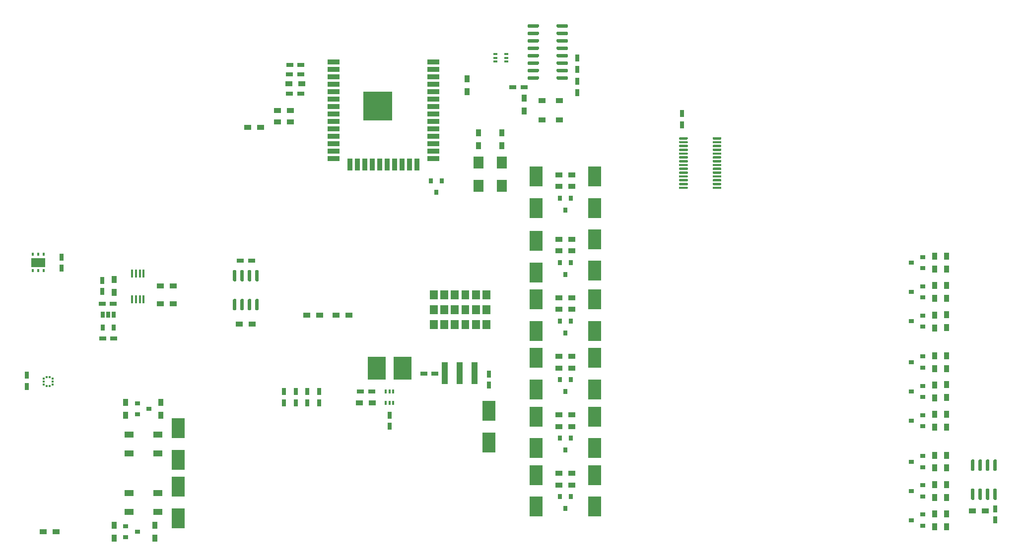
<source format=gtp>
G04 #@! TF.GenerationSoftware,KiCad,Pcbnew,(5.1.9)-1*
G04 #@! TF.CreationDate,2021-04-25T02:40:10+02:00*
G04 #@! TF.ProjectId,water-pump-control,77617465-722d-4707-956d-702d636f6e74,rev?*
G04 #@! TF.SameCoordinates,Original*
G04 #@! TF.FileFunction,Paste,Top*
G04 #@! TF.FilePolarity,Positive*
%FSLAX46Y46*%
G04 Gerber Fmt 4.6, Leading zero omitted, Abs format (unit mm)*
G04 Created by KiCad (PCBNEW (5.1.9)-1) date 2021-04-25 02:40:10*
%MOMM*%
%LPD*%
G01*
G04 APERTURE LIST*
%ADD10C,0.010000*%
%ADD11R,1.200000X0.900000*%
%ADD12R,0.400000X0.650000*%
%ADD13R,0.650000X1.060000*%
%ADD14R,0.400000X0.600000*%
%ADD15R,2.400000X1.500000*%
%ADD16R,0.380000X0.350000*%
%ADD17R,0.990000X3.790000*%
%ADD18R,2.000000X0.900000*%
%ADD19R,0.900000X2.000000*%
%ADD20R,5.000000X5.000000*%
%ADD21R,3.100000X4.000000*%
%ADD22R,0.900000X1.200000*%
%ADD23R,0.900000X0.800000*%
%ADD24R,0.800000X0.900000*%
%ADD25R,0.650000X0.400000*%
%ADD26R,0.450000X1.425000*%
%ADD27R,1.500000X1.000000*%
%ADD28R,2.300000X3.500000*%
%ADD29R,1.700000X2.000000*%
%ADD30R,0.750000X1.200000*%
%ADD31R,1.200000X0.750000*%
G04 APERTURE END LIST*
D10*
G36*
X124470000Y-91725000D02*
G01*
X124470000Y-90275000D01*
X125730000Y-90275000D01*
X125730000Y-91725000D01*
X124470000Y-91725000D01*
G37*
X124470000Y-91725000D02*
X124470000Y-90275000D01*
X125730000Y-90275000D01*
X125730000Y-91725000D01*
X124470000Y-91725000D01*
G36*
X124470000Y-89185000D02*
G01*
X124470000Y-87735000D01*
X125730000Y-87735000D01*
X125730000Y-89185000D01*
X124470000Y-89185000D01*
G37*
X124470000Y-89185000D02*
X124470000Y-87735000D01*
X125730000Y-87735000D01*
X125730000Y-89185000D01*
X124470000Y-89185000D01*
G36*
X124470000Y-94265000D02*
G01*
X124470000Y-92815000D01*
X125730000Y-92815000D01*
X125730000Y-94265000D01*
X124470000Y-94265000D01*
G37*
X124470000Y-94265000D02*
X124470000Y-92815000D01*
X125730000Y-92815000D01*
X125730000Y-94265000D01*
X124470000Y-94265000D01*
G36*
X122670000Y-91725000D02*
G01*
X122670000Y-90275000D01*
X123930000Y-90275000D01*
X123930000Y-91725000D01*
X122670000Y-91725000D01*
G37*
X122670000Y-91725000D02*
X122670000Y-90275000D01*
X123930000Y-90275000D01*
X123930000Y-91725000D01*
X122670000Y-91725000D01*
G36*
X122670000Y-89185000D02*
G01*
X122670000Y-87735000D01*
X123930000Y-87735000D01*
X123930000Y-89185000D01*
X122670000Y-89185000D01*
G37*
X122670000Y-89185000D02*
X122670000Y-87735000D01*
X123930000Y-87735000D01*
X123930000Y-89185000D01*
X122670000Y-89185000D01*
G36*
X122670000Y-94265000D02*
G01*
X122670000Y-92815000D01*
X123930000Y-92815000D01*
X123930000Y-94265000D01*
X122670000Y-94265000D01*
G37*
X122670000Y-94265000D02*
X122670000Y-92815000D01*
X123930000Y-92815000D01*
X123930000Y-94265000D01*
X122670000Y-94265000D01*
G36*
X120870000Y-91725000D02*
G01*
X120870000Y-90275000D01*
X122130000Y-90275000D01*
X122130000Y-91725000D01*
X120870000Y-91725000D01*
G37*
X120870000Y-91725000D02*
X120870000Y-90275000D01*
X122130000Y-90275000D01*
X122130000Y-91725000D01*
X120870000Y-91725000D01*
G36*
X120870000Y-89185000D02*
G01*
X120870000Y-87735000D01*
X122130000Y-87735000D01*
X122130000Y-89185000D01*
X120870000Y-89185000D01*
G37*
X120870000Y-89185000D02*
X120870000Y-87735000D01*
X122130000Y-87735000D01*
X122130000Y-89185000D01*
X120870000Y-89185000D01*
G36*
X120870000Y-94265000D02*
G01*
X120870000Y-92815000D01*
X122130000Y-92815000D01*
X122130000Y-94265000D01*
X120870000Y-94265000D01*
G37*
X120870000Y-94265000D02*
X120870000Y-92815000D01*
X122130000Y-92815000D01*
X122130000Y-94265000D01*
X120870000Y-94265000D01*
G36*
X126270000Y-91725000D02*
G01*
X126270000Y-90275000D01*
X127530000Y-90275000D01*
X127530000Y-91725000D01*
X126270000Y-91725000D01*
G37*
X126270000Y-91725000D02*
X126270000Y-90275000D01*
X127530000Y-90275000D01*
X127530000Y-91725000D01*
X126270000Y-91725000D01*
G36*
X126270000Y-89185000D02*
G01*
X126270000Y-87735000D01*
X127530000Y-87735000D01*
X127530000Y-89185000D01*
X126270000Y-89185000D01*
G37*
X126270000Y-89185000D02*
X126270000Y-87735000D01*
X127530000Y-87735000D01*
X127530000Y-89185000D01*
X126270000Y-89185000D01*
G36*
X126270000Y-94265000D02*
G01*
X126270000Y-92815000D01*
X127530000Y-92815000D01*
X127530000Y-94265000D01*
X126270000Y-94265000D01*
G37*
X126270000Y-94265000D02*
X126270000Y-92815000D01*
X127530000Y-92815000D01*
X127530000Y-94265000D01*
X126270000Y-94265000D01*
G36*
X128070000Y-91725000D02*
G01*
X128070000Y-90275000D01*
X129330000Y-90275000D01*
X129330000Y-91725000D01*
X128070000Y-91725000D01*
G37*
X128070000Y-91725000D02*
X128070000Y-90275000D01*
X129330000Y-90275000D01*
X129330000Y-91725000D01*
X128070000Y-91725000D01*
G36*
X128070000Y-89185000D02*
G01*
X128070000Y-87735000D01*
X129330000Y-87735000D01*
X129330000Y-89185000D01*
X128070000Y-89185000D01*
G37*
X128070000Y-89185000D02*
X128070000Y-87735000D01*
X129330000Y-87735000D01*
X129330000Y-89185000D01*
X128070000Y-89185000D01*
G36*
X128070000Y-94265000D02*
G01*
X128070000Y-92815000D01*
X129330000Y-92815000D01*
X129330000Y-94265000D01*
X128070000Y-94265000D01*
G37*
X128070000Y-94265000D02*
X128070000Y-92815000D01*
X129330000Y-92815000D01*
X129330000Y-94265000D01*
X128070000Y-94265000D01*
G36*
X129870000Y-91725000D02*
G01*
X129870000Y-90275000D01*
X131130000Y-90275000D01*
X131130000Y-91725000D01*
X129870000Y-91725000D01*
G37*
X129870000Y-91725000D02*
X129870000Y-90275000D01*
X131130000Y-90275000D01*
X131130000Y-91725000D01*
X129870000Y-91725000D01*
G36*
X129870000Y-89185000D02*
G01*
X129870000Y-87735000D01*
X131130000Y-87735000D01*
X131130000Y-89185000D01*
X129870000Y-89185000D01*
G37*
X129870000Y-89185000D02*
X129870000Y-87735000D01*
X131130000Y-87735000D01*
X131130000Y-89185000D01*
X129870000Y-89185000D01*
G36*
X129870000Y-94265000D02*
G01*
X129870000Y-92815000D01*
X131130000Y-92815000D01*
X131130000Y-94265000D01*
X129870000Y-94265000D01*
G37*
X129870000Y-94265000D02*
X129870000Y-92815000D01*
X131130000Y-92815000D01*
X131130000Y-94265000D01*
X129870000Y-94265000D01*
D11*
X89800000Y-59900000D03*
X92000000Y-59900000D03*
D12*
X113350000Y-105050000D03*
X114650000Y-105050000D03*
X114000000Y-106950000D03*
X114000000Y-105050000D03*
X114650000Y-106950000D03*
X113350000Y-106950000D03*
D11*
X88400000Y-93500000D03*
X90600000Y-93500000D03*
D13*
X66950000Y-94100000D03*
X65050000Y-94100000D03*
X65050000Y-91900000D03*
X66000000Y-91900000D03*
X66950000Y-91900000D03*
D14*
X53150000Y-81600000D03*
X54100000Y-81600000D03*
X55050000Y-81600000D03*
X55050000Y-84400000D03*
X54100000Y-84400000D03*
X53150000Y-84400000D03*
D15*
X54100000Y-83000000D03*
D16*
X55035000Y-103800000D03*
X55035000Y-103300000D03*
X55035000Y-102800000D03*
X55550000Y-102535000D03*
X56050000Y-102535000D03*
X56565000Y-102800000D03*
X56565000Y-103300000D03*
X56565000Y-103800000D03*
X56050000Y-104065000D03*
X55550000Y-104065000D03*
D17*
X128540000Y-101880000D03*
X126000000Y-101880000D03*
X123460000Y-101880000D03*
G36*
G01*
X169125000Y-61875000D02*
X169125000Y-61675000D01*
G75*
G02*
X169225000Y-61575000I100000J0D01*
G01*
X170500000Y-61575000D01*
G75*
G02*
X170600000Y-61675000I0J-100000D01*
G01*
X170600000Y-61875000D01*
G75*
G02*
X170500000Y-61975000I-100000J0D01*
G01*
X169225000Y-61975000D01*
G75*
G02*
X169125000Y-61875000I0J100000D01*
G01*
G37*
G36*
G01*
X169125000Y-62525000D02*
X169125000Y-62325000D01*
G75*
G02*
X169225000Y-62225000I100000J0D01*
G01*
X170500000Y-62225000D01*
G75*
G02*
X170600000Y-62325000I0J-100000D01*
G01*
X170600000Y-62525000D01*
G75*
G02*
X170500000Y-62625000I-100000J0D01*
G01*
X169225000Y-62625000D01*
G75*
G02*
X169125000Y-62525000I0J100000D01*
G01*
G37*
G36*
G01*
X169125000Y-63175000D02*
X169125000Y-62975000D01*
G75*
G02*
X169225000Y-62875000I100000J0D01*
G01*
X170500000Y-62875000D01*
G75*
G02*
X170600000Y-62975000I0J-100000D01*
G01*
X170600000Y-63175000D01*
G75*
G02*
X170500000Y-63275000I-100000J0D01*
G01*
X169225000Y-63275000D01*
G75*
G02*
X169125000Y-63175000I0J100000D01*
G01*
G37*
G36*
G01*
X169125000Y-63825000D02*
X169125000Y-63625000D01*
G75*
G02*
X169225000Y-63525000I100000J0D01*
G01*
X170500000Y-63525000D01*
G75*
G02*
X170600000Y-63625000I0J-100000D01*
G01*
X170600000Y-63825000D01*
G75*
G02*
X170500000Y-63925000I-100000J0D01*
G01*
X169225000Y-63925000D01*
G75*
G02*
X169125000Y-63825000I0J100000D01*
G01*
G37*
G36*
G01*
X169125000Y-64475000D02*
X169125000Y-64275000D01*
G75*
G02*
X169225000Y-64175000I100000J0D01*
G01*
X170500000Y-64175000D01*
G75*
G02*
X170600000Y-64275000I0J-100000D01*
G01*
X170600000Y-64475000D01*
G75*
G02*
X170500000Y-64575000I-100000J0D01*
G01*
X169225000Y-64575000D01*
G75*
G02*
X169125000Y-64475000I0J100000D01*
G01*
G37*
G36*
G01*
X169125000Y-65125000D02*
X169125000Y-64925000D01*
G75*
G02*
X169225000Y-64825000I100000J0D01*
G01*
X170500000Y-64825000D01*
G75*
G02*
X170600000Y-64925000I0J-100000D01*
G01*
X170600000Y-65125000D01*
G75*
G02*
X170500000Y-65225000I-100000J0D01*
G01*
X169225000Y-65225000D01*
G75*
G02*
X169125000Y-65125000I0J100000D01*
G01*
G37*
G36*
G01*
X169125000Y-65775000D02*
X169125000Y-65575000D01*
G75*
G02*
X169225000Y-65475000I100000J0D01*
G01*
X170500000Y-65475000D01*
G75*
G02*
X170600000Y-65575000I0J-100000D01*
G01*
X170600000Y-65775000D01*
G75*
G02*
X170500000Y-65875000I-100000J0D01*
G01*
X169225000Y-65875000D01*
G75*
G02*
X169125000Y-65775000I0J100000D01*
G01*
G37*
G36*
G01*
X169125000Y-66425000D02*
X169125000Y-66225000D01*
G75*
G02*
X169225000Y-66125000I100000J0D01*
G01*
X170500000Y-66125000D01*
G75*
G02*
X170600000Y-66225000I0J-100000D01*
G01*
X170600000Y-66425000D01*
G75*
G02*
X170500000Y-66525000I-100000J0D01*
G01*
X169225000Y-66525000D01*
G75*
G02*
X169125000Y-66425000I0J100000D01*
G01*
G37*
G36*
G01*
X169125000Y-67075000D02*
X169125000Y-66875000D01*
G75*
G02*
X169225000Y-66775000I100000J0D01*
G01*
X170500000Y-66775000D01*
G75*
G02*
X170600000Y-66875000I0J-100000D01*
G01*
X170600000Y-67075000D01*
G75*
G02*
X170500000Y-67175000I-100000J0D01*
G01*
X169225000Y-67175000D01*
G75*
G02*
X169125000Y-67075000I0J100000D01*
G01*
G37*
G36*
G01*
X169125000Y-67725000D02*
X169125000Y-67525000D01*
G75*
G02*
X169225000Y-67425000I100000J0D01*
G01*
X170500000Y-67425000D01*
G75*
G02*
X170600000Y-67525000I0J-100000D01*
G01*
X170600000Y-67725000D01*
G75*
G02*
X170500000Y-67825000I-100000J0D01*
G01*
X169225000Y-67825000D01*
G75*
G02*
X169125000Y-67725000I0J100000D01*
G01*
G37*
G36*
G01*
X169125000Y-68375000D02*
X169125000Y-68175000D01*
G75*
G02*
X169225000Y-68075000I100000J0D01*
G01*
X170500000Y-68075000D01*
G75*
G02*
X170600000Y-68175000I0J-100000D01*
G01*
X170600000Y-68375000D01*
G75*
G02*
X170500000Y-68475000I-100000J0D01*
G01*
X169225000Y-68475000D01*
G75*
G02*
X169125000Y-68375000I0J100000D01*
G01*
G37*
G36*
G01*
X169125000Y-69025000D02*
X169125000Y-68825000D01*
G75*
G02*
X169225000Y-68725000I100000J0D01*
G01*
X170500000Y-68725000D01*
G75*
G02*
X170600000Y-68825000I0J-100000D01*
G01*
X170600000Y-69025000D01*
G75*
G02*
X170500000Y-69125000I-100000J0D01*
G01*
X169225000Y-69125000D01*
G75*
G02*
X169125000Y-69025000I0J100000D01*
G01*
G37*
G36*
G01*
X169125000Y-69675000D02*
X169125000Y-69475000D01*
G75*
G02*
X169225000Y-69375000I100000J0D01*
G01*
X170500000Y-69375000D01*
G75*
G02*
X170600000Y-69475000I0J-100000D01*
G01*
X170600000Y-69675000D01*
G75*
G02*
X170500000Y-69775000I-100000J0D01*
G01*
X169225000Y-69775000D01*
G75*
G02*
X169125000Y-69675000I0J100000D01*
G01*
G37*
G36*
G01*
X169125000Y-70325000D02*
X169125000Y-70125000D01*
G75*
G02*
X169225000Y-70025000I100000J0D01*
G01*
X170500000Y-70025000D01*
G75*
G02*
X170600000Y-70125000I0J-100000D01*
G01*
X170600000Y-70325000D01*
G75*
G02*
X170500000Y-70425000I-100000J0D01*
G01*
X169225000Y-70425000D01*
G75*
G02*
X169125000Y-70325000I0J100000D01*
G01*
G37*
G36*
G01*
X163400000Y-70325000D02*
X163400000Y-70125000D01*
G75*
G02*
X163500000Y-70025000I100000J0D01*
G01*
X164775000Y-70025000D01*
G75*
G02*
X164875000Y-70125000I0J-100000D01*
G01*
X164875000Y-70325000D01*
G75*
G02*
X164775000Y-70425000I-100000J0D01*
G01*
X163500000Y-70425000D01*
G75*
G02*
X163400000Y-70325000I0J100000D01*
G01*
G37*
G36*
G01*
X163400000Y-69675000D02*
X163400000Y-69475000D01*
G75*
G02*
X163500000Y-69375000I100000J0D01*
G01*
X164775000Y-69375000D01*
G75*
G02*
X164875000Y-69475000I0J-100000D01*
G01*
X164875000Y-69675000D01*
G75*
G02*
X164775000Y-69775000I-100000J0D01*
G01*
X163500000Y-69775000D01*
G75*
G02*
X163400000Y-69675000I0J100000D01*
G01*
G37*
G36*
G01*
X163400000Y-69025000D02*
X163400000Y-68825000D01*
G75*
G02*
X163500000Y-68725000I100000J0D01*
G01*
X164775000Y-68725000D01*
G75*
G02*
X164875000Y-68825000I0J-100000D01*
G01*
X164875000Y-69025000D01*
G75*
G02*
X164775000Y-69125000I-100000J0D01*
G01*
X163500000Y-69125000D01*
G75*
G02*
X163400000Y-69025000I0J100000D01*
G01*
G37*
G36*
G01*
X163400000Y-68375000D02*
X163400000Y-68175000D01*
G75*
G02*
X163500000Y-68075000I100000J0D01*
G01*
X164775000Y-68075000D01*
G75*
G02*
X164875000Y-68175000I0J-100000D01*
G01*
X164875000Y-68375000D01*
G75*
G02*
X164775000Y-68475000I-100000J0D01*
G01*
X163500000Y-68475000D01*
G75*
G02*
X163400000Y-68375000I0J100000D01*
G01*
G37*
G36*
G01*
X163400000Y-67725000D02*
X163400000Y-67525000D01*
G75*
G02*
X163500000Y-67425000I100000J0D01*
G01*
X164775000Y-67425000D01*
G75*
G02*
X164875000Y-67525000I0J-100000D01*
G01*
X164875000Y-67725000D01*
G75*
G02*
X164775000Y-67825000I-100000J0D01*
G01*
X163500000Y-67825000D01*
G75*
G02*
X163400000Y-67725000I0J100000D01*
G01*
G37*
G36*
G01*
X163400000Y-67075000D02*
X163400000Y-66875000D01*
G75*
G02*
X163500000Y-66775000I100000J0D01*
G01*
X164775000Y-66775000D01*
G75*
G02*
X164875000Y-66875000I0J-100000D01*
G01*
X164875000Y-67075000D01*
G75*
G02*
X164775000Y-67175000I-100000J0D01*
G01*
X163500000Y-67175000D01*
G75*
G02*
X163400000Y-67075000I0J100000D01*
G01*
G37*
G36*
G01*
X163400000Y-66425000D02*
X163400000Y-66225000D01*
G75*
G02*
X163500000Y-66125000I100000J0D01*
G01*
X164775000Y-66125000D01*
G75*
G02*
X164875000Y-66225000I0J-100000D01*
G01*
X164875000Y-66425000D01*
G75*
G02*
X164775000Y-66525000I-100000J0D01*
G01*
X163500000Y-66525000D01*
G75*
G02*
X163400000Y-66425000I0J100000D01*
G01*
G37*
G36*
G01*
X163400000Y-65775000D02*
X163400000Y-65575000D01*
G75*
G02*
X163500000Y-65475000I100000J0D01*
G01*
X164775000Y-65475000D01*
G75*
G02*
X164875000Y-65575000I0J-100000D01*
G01*
X164875000Y-65775000D01*
G75*
G02*
X164775000Y-65875000I-100000J0D01*
G01*
X163500000Y-65875000D01*
G75*
G02*
X163400000Y-65775000I0J100000D01*
G01*
G37*
G36*
G01*
X163400000Y-65125000D02*
X163400000Y-64925000D01*
G75*
G02*
X163500000Y-64825000I100000J0D01*
G01*
X164775000Y-64825000D01*
G75*
G02*
X164875000Y-64925000I0J-100000D01*
G01*
X164875000Y-65125000D01*
G75*
G02*
X164775000Y-65225000I-100000J0D01*
G01*
X163500000Y-65225000D01*
G75*
G02*
X163400000Y-65125000I0J100000D01*
G01*
G37*
G36*
G01*
X163400000Y-64475000D02*
X163400000Y-64275000D01*
G75*
G02*
X163500000Y-64175000I100000J0D01*
G01*
X164775000Y-64175000D01*
G75*
G02*
X164875000Y-64275000I0J-100000D01*
G01*
X164875000Y-64475000D01*
G75*
G02*
X164775000Y-64575000I-100000J0D01*
G01*
X163500000Y-64575000D01*
G75*
G02*
X163400000Y-64475000I0J100000D01*
G01*
G37*
G36*
G01*
X163400000Y-63825000D02*
X163400000Y-63625000D01*
G75*
G02*
X163500000Y-63525000I100000J0D01*
G01*
X164775000Y-63525000D01*
G75*
G02*
X164875000Y-63625000I0J-100000D01*
G01*
X164875000Y-63825000D01*
G75*
G02*
X164775000Y-63925000I-100000J0D01*
G01*
X163500000Y-63925000D01*
G75*
G02*
X163400000Y-63825000I0J100000D01*
G01*
G37*
G36*
G01*
X163400000Y-63175000D02*
X163400000Y-62975000D01*
G75*
G02*
X163500000Y-62875000I100000J0D01*
G01*
X164775000Y-62875000D01*
G75*
G02*
X164875000Y-62975000I0J-100000D01*
G01*
X164875000Y-63175000D01*
G75*
G02*
X164775000Y-63275000I-100000J0D01*
G01*
X163500000Y-63275000D01*
G75*
G02*
X163400000Y-63175000I0J100000D01*
G01*
G37*
G36*
G01*
X163400000Y-62525000D02*
X163400000Y-62325000D01*
G75*
G02*
X163500000Y-62225000I100000J0D01*
G01*
X164775000Y-62225000D01*
G75*
G02*
X164875000Y-62325000I0J-100000D01*
G01*
X164875000Y-62525000D01*
G75*
G02*
X164775000Y-62625000I-100000J0D01*
G01*
X163500000Y-62625000D01*
G75*
G02*
X163400000Y-62525000I0J100000D01*
G01*
G37*
G36*
G01*
X163400000Y-61875000D02*
X163400000Y-61675000D01*
G75*
G02*
X163500000Y-61575000I100000J0D01*
G01*
X164775000Y-61575000D01*
G75*
G02*
X164875000Y-61675000I0J-100000D01*
G01*
X164875000Y-61875000D01*
G75*
G02*
X164775000Y-61975000I-100000J0D01*
G01*
X163500000Y-61975000D01*
G75*
G02*
X163400000Y-61875000I0J100000D01*
G01*
G37*
G36*
G01*
X91255000Y-89200000D02*
X91555000Y-89200000D01*
G75*
G02*
X91705000Y-89350000I0J-150000D01*
G01*
X91705000Y-91000000D01*
G75*
G02*
X91555000Y-91150000I-150000J0D01*
G01*
X91255000Y-91150000D01*
G75*
G02*
X91105000Y-91000000I0J150000D01*
G01*
X91105000Y-89350000D01*
G75*
G02*
X91255000Y-89200000I150000J0D01*
G01*
G37*
G36*
G01*
X89985000Y-89200000D02*
X90285000Y-89200000D01*
G75*
G02*
X90435000Y-89350000I0J-150000D01*
G01*
X90435000Y-91000000D01*
G75*
G02*
X90285000Y-91150000I-150000J0D01*
G01*
X89985000Y-91150000D01*
G75*
G02*
X89835000Y-91000000I0J150000D01*
G01*
X89835000Y-89350000D01*
G75*
G02*
X89985000Y-89200000I150000J0D01*
G01*
G37*
G36*
G01*
X88715000Y-89200000D02*
X89015000Y-89200000D01*
G75*
G02*
X89165000Y-89350000I0J-150000D01*
G01*
X89165000Y-91000000D01*
G75*
G02*
X89015000Y-91150000I-150000J0D01*
G01*
X88715000Y-91150000D01*
G75*
G02*
X88565000Y-91000000I0J150000D01*
G01*
X88565000Y-89350000D01*
G75*
G02*
X88715000Y-89200000I150000J0D01*
G01*
G37*
G36*
G01*
X87445000Y-89200000D02*
X87745000Y-89200000D01*
G75*
G02*
X87895000Y-89350000I0J-150000D01*
G01*
X87895000Y-91000000D01*
G75*
G02*
X87745000Y-91150000I-150000J0D01*
G01*
X87445000Y-91150000D01*
G75*
G02*
X87295000Y-91000000I0J150000D01*
G01*
X87295000Y-89350000D01*
G75*
G02*
X87445000Y-89200000I150000J0D01*
G01*
G37*
G36*
G01*
X87445000Y-84250000D02*
X87745000Y-84250000D01*
G75*
G02*
X87895000Y-84400000I0J-150000D01*
G01*
X87895000Y-86050000D01*
G75*
G02*
X87745000Y-86200000I-150000J0D01*
G01*
X87445000Y-86200000D01*
G75*
G02*
X87295000Y-86050000I0J150000D01*
G01*
X87295000Y-84400000D01*
G75*
G02*
X87445000Y-84250000I150000J0D01*
G01*
G37*
G36*
G01*
X88715000Y-84250000D02*
X89015000Y-84250000D01*
G75*
G02*
X89165000Y-84400000I0J-150000D01*
G01*
X89165000Y-86050000D01*
G75*
G02*
X89015000Y-86200000I-150000J0D01*
G01*
X88715000Y-86200000D01*
G75*
G02*
X88565000Y-86050000I0J150000D01*
G01*
X88565000Y-84400000D01*
G75*
G02*
X88715000Y-84250000I150000J0D01*
G01*
G37*
G36*
G01*
X89985000Y-84250000D02*
X90285000Y-84250000D01*
G75*
G02*
X90435000Y-84400000I0J-150000D01*
G01*
X90435000Y-86050000D01*
G75*
G02*
X90285000Y-86200000I-150000J0D01*
G01*
X89985000Y-86200000D01*
G75*
G02*
X89835000Y-86050000I0J150000D01*
G01*
X89835000Y-84400000D01*
G75*
G02*
X89985000Y-84250000I150000J0D01*
G01*
G37*
G36*
G01*
X91255000Y-84250000D02*
X91555000Y-84250000D01*
G75*
G02*
X91705000Y-84400000I0J-150000D01*
G01*
X91705000Y-86050000D01*
G75*
G02*
X91555000Y-86200000I-150000J0D01*
G01*
X91255000Y-86200000D01*
G75*
G02*
X91105000Y-86050000I0J150000D01*
G01*
X91105000Y-84400000D01*
G75*
G02*
X91255000Y-84250000I150000J0D01*
G01*
G37*
G36*
G01*
X217155000Y-121600000D02*
X217455000Y-121600000D01*
G75*
G02*
X217605000Y-121750000I0J-150000D01*
G01*
X217605000Y-123400000D01*
G75*
G02*
X217455000Y-123550000I-150000J0D01*
G01*
X217155000Y-123550000D01*
G75*
G02*
X217005000Y-123400000I0J150000D01*
G01*
X217005000Y-121750000D01*
G75*
G02*
X217155000Y-121600000I150000J0D01*
G01*
G37*
G36*
G01*
X215885000Y-121600000D02*
X216185000Y-121600000D01*
G75*
G02*
X216335000Y-121750000I0J-150000D01*
G01*
X216335000Y-123400000D01*
G75*
G02*
X216185000Y-123550000I-150000J0D01*
G01*
X215885000Y-123550000D01*
G75*
G02*
X215735000Y-123400000I0J150000D01*
G01*
X215735000Y-121750000D01*
G75*
G02*
X215885000Y-121600000I150000J0D01*
G01*
G37*
G36*
G01*
X214615000Y-121600000D02*
X214915000Y-121600000D01*
G75*
G02*
X215065000Y-121750000I0J-150000D01*
G01*
X215065000Y-123400000D01*
G75*
G02*
X214915000Y-123550000I-150000J0D01*
G01*
X214615000Y-123550000D01*
G75*
G02*
X214465000Y-123400000I0J150000D01*
G01*
X214465000Y-121750000D01*
G75*
G02*
X214615000Y-121600000I150000J0D01*
G01*
G37*
G36*
G01*
X213345000Y-121600000D02*
X213645000Y-121600000D01*
G75*
G02*
X213795000Y-121750000I0J-150000D01*
G01*
X213795000Y-123400000D01*
G75*
G02*
X213645000Y-123550000I-150000J0D01*
G01*
X213345000Y-123550000D01*
G75*
G02*
X213195000Y-123400000I0J150000D01*
G01*
X213195000Y-121750000D01*
G75*
G02*
X213345000Y-121600000I150000J0D01*
G01*
G37*
G36*
G01*
X213345000Y-116650000D02*
X213645000Y-116650000D01*
G75*
G02*
X213795000Y-116800000I0J-150000D01*
G01*
X213795000Y-118450000D01*
G75*
G02*
X213645000Y-118600000I-150000J0D01*
G01*
X213345000Y-118600000D01*
G75*
G02*
X213195000Y-118450000I0J150000D01*
G01*
X213195000Y-116800000D01*
G75*
G02*
X213345000Y-116650000I150000J0D01*
G01*
G37*
G36*
G01*
X214615000Y-116650000D02*
X214915000Y-116650000D01*
G75*
G02*
X215065000Y-116800000I0J-150000D01*
G01*
X215065000Y-118450000D01*
G75*
G02*
X214915000Y-118600000I-150000J0D01*
G01*
X214615000Y-118600000D01*
G75*
G02*
X214465000Y-118450000I0J150000D01*
G01*
X214465000Y-116800000D01*
G75*
G02*
X214615000Y-116650000I150000J0D01*
G01*
G37*
G36*
G01*
X215885000Y-116650000D02*
X216185000Y-116650000D01*
G75*
G02*
X216335000Y-116800000I0J-150000D01*
G01*
X216335000Y-118450000D01*
G75*
G02*
X216185000Y-118600000I-150000J0D01*
G01*
X215885000Y-118600000D01*
G75*
G02*
X215735000Y-118450000I0J150000D01*
G01*
X215735000Y-116800000D01*
G75*
G02*
X215885000Y-116650000I150000J0D01*
G01*
G37*
G36*
G01*
X217155000Y-116650000D02*
X217455000Y-116650000D01*
G75*
G02*
X217605000Y-116800000I0J-150000D01*
G01*
X217605000Y-118450000D01*
G75*
G02*
X217455000Y-118600000I-150000J0D01*
G01*
X217155000Y-118600000D01*
G75*
G02*
X217005000Y-118450000I0J150000D01*
G01*
X217005000Y-116800000D01*
G75*
G02*
X217155000Y-116650000I150000J0D01*
G01*
G37*
G36*
G01*
X139500000Y-51295000D02*
X139500000Y-51595000D01*
G75*
G02*
X139350000Y-51745000I-150000J0D01*
G01*
X137700000Y-51745000D01*
G75*
G02*
X137550000Y-51595000I0J150000D01*
G01*
X137550000Y-51295000D01*
G75*
G02*
X137700000Y-51145000I150000J0D01*
G01*
X139350000Y-51145000D01*
G75*
G02*
X139500000Y-51295000I0J-150000D01*
G01*
G37*
G36*
G01*
X139500000Y-50025000D02*
X139500000Y-50325000D01*
G75*
G02*
X139350000Y-50475000I-150000J0D01*
G01*
X137700000Y-50475000D01*
G75*
G02*
X137550000Y-50325000I0J150000D01*
G01*
X137550000Y-50025000D01*
G75*
G02*
X137700000Y-49875000I150000J0D01*
G01*
X139350000Y-49875000D01*
G75*
G02*
X139500000Y-50025000I0J-150000D01*
G01*
G37*
G36*
G01*
X139500000Y-48755000D02*
X139500000Y-49055000D01*
G75*
G02*
X139350000Y-49205000I-150000J0D01*
G01*
X137700000Y-49205000D01*
G75*
G02*
X137550000Y-49055000I0J150000D01*
G01*
X137550000Y-48755000D01*
G75*
G02*
X137700000Y-48605000I150000J0D01*
G01*
X139350000Y-48605000D01*
G75*
G02*
X139500000Y-48755000I0J-150000D01*
G01*
G37*
G36*
G01*
X139500000Y-47485000D02*
X139500000Y-47785000D01*
G75*
G02*
X139350000Y-47935000I-150000J0D01*
G01*
X137700000Y-47935000D01*
G75*
G02*
X137550000Y-47785000I0J150000D01*
G01*
X137550000Y-47485000D01*
G75*
G02*
X137700000Y-47335000I150000J0D01*
G01*
X139350000Y-47335000D01*
G75*
G02*
X139500000Y-47485000I0J-150000D01*
G01*
G37*
G36*
G01*
X139500000Y-46215000D02*
X139500000Y-46515000D01*
G75*
G02*
X139350000Y-46665000I-150000J0D01*
G01*
X137700000Y-46665000D01*
G75*
G02*
X137550000Y-46515000I0J150000D01*
G01*
X137550000Y-46215000D01*
G75*
G02*
X137700000Y-46065000I150000J0D01*
G01*
X139350000Y-46065000D01*
G75*
G02*
X139500000Y-46215000I0J-150000D01*
G01*
G37*
G36*
G01*
X139500000Y-44945000D02*
X139500000Y-45245000D01*
G75*
G02*
X139350000Y-45395000I-150000J0D01*
G01*
X137700000Y-45395000D01*
G75*
G02*
X137550000Y-45245000I0J150000D01*
G01*
X137550000Y-44945000D01*
G75*
G02*
X137700000Y-44795000I150000J0D01*
G01*
X139350000Y-44795000D01*
G75*
G02*
X139500000Y-44945000I0J-150000D01*
G01*
G37*
G36*
G01*
X139500000Y-43675000D02*
X139500000Y-43975000D01*
G75*
G02*
X139350000Y-44125000I-150000J0D01*
G01*
X137700000Y-44125000D01*
G75*
G02*
X137550000Y-43975000I0J150000D01*
G01*
X137550000Y-43675000D01*
G75*
G02*
X137700000Y-43525000I150000J0D01*
G01*
X139350000Y-43525000D01*
G75*
G02*
X139500000Y-43675000I0J-150000D01*
G01*
G37*
G36*
G01*
X139500000Y-42405000D02*
X139500000Y-42705000D01*
G75*
G02*
X139350000Y-42855000I-150000J0D01*
G01*
X137700000Y-42855000D01*
G75*
G02*
X137550000Y-42705000I0J150000D01*
G01*
X137550000Y-42405000D01*
G75*
G02*
X137700000Y-42255000I150000J0D01*
G01*
X139350000Y-42255000D01*
G75*
G02*
X139500000Y-42405000I0J-150000D01*
G01*
G37*
G36*
G01*
X144450000Y-42405000D02*
X144450000Y-42705000D01*
G75*
G02*
X144300000Y-42855000I-150000J0D01*
G01*
X142650000Y-42855000D01*
G75*
G02*
X142500000Y-42705000I0J150000D01*
G01*
X142500000Y-42405000D01*
G75*
G02*
X142650000Y-42255000I150000J0D01*
G01*
X144300000Y-42255000D01*
G75*
G02*
X144450000Y-42405000I0J-150000D01*
G01*
G37*
G36*
G01*
X144450000Y-43675000D02*
X144450000Y-43975000D01*
G75*
G02*
X144300000Y-44125000I-150000J0D01*
G01*
X142650000Y-44125000D01*
G75*
G02*
X142500000Y-43975000I0J150000D01*
G01*
X142500000Y-43675000D01*
G75*
G02*
X142650000Y-43525000I150000J0D01*
G01*
X144300000Y-43525000D01*
G75*
G02*
X144450000Y-43675000I0J-150000D01*
G01*
G37*
G36*
G01*
X144450000Y-44945000D02*
X144450000Y-45245000D01*
G75*
G02*
X144300000Y-45395000I-150000J0D01*
G01*
X142650000Y-45395000D01*
G75*
G02*
X142500000Y-45245000I0J150000D01*
G01*
X142500000Y-44945000D01*
G75*
G02*
X142650000Y-44795000I150000J0D01*
G01*
X144300000Y-44795000D01*
G75*
G02*
X144450000Y-44945000I0J-150000D01*
G01*
G37*
G36*
G01*
X144450000Y-46215000D02*
X144450000Y-46515000D01*
G75*
G02*
X144300000Y-46665000I-150000J0D01*
G01*
X142650000Y-46665000D01*
G75*
G02*
X142500000Y-46515000I0J150000D01*
G01*
X142500000Y-46215000D01*
G75*
G02*
X142650000Y-46065000I150000J0D01*
G01*
X144300000Y-46065000D01*
G75*
G02*
X144450000Y-46215000I0J-150000D01*
G01*
G37*
G36*
G01*
X144450000Y-47485000D02*
X144450000Y-47785000D01*
G75*
G02*
X144300000Y-47935000I-150000J0D01*
G01*
X142650000Y-47935000D01*
G75*
G02*
X142500000Y-47785000I0J150000D01*
G01*
X142500000Y-47485000D01*
G75*
G02*
X142650000Y-47335000I150000J0D01*
G01*
X144300000Y-47335000D01*
G75*
G02*
X144450000Y-47485000I0J-150000D01*
G01*
G37*
G36*
G01*
X144450000Y-48755000D02*
X144450000Y-49055000D01*
G75*
G02*
X144300000Y-49205000I-150000J0D01*
G01*
X142650000Y-49205000D01*
G75*
G02*
X142500000Y-49055000I0J150000D01*
G01*
X142500000Y-48755000D01*
G75*
G02*
X142650000Y-48605000I150000J0D01*
G01*
X144300000Y-48605000D01*
G75*
G02*
X144450000Y-48755000I0J-150000D01*
G01*
G37*
G36*
G01*
X144450000Y-50025000D02*
X144450000Y-50325000D01*
G75*
G02*
X144300000Y-50475000I-150000J0D01*
G01*
X142650000Y-50475000D01*
G75*
G02*
X142500000Y-50325000I0J150000D01*
G01*
X142500000Y-50025000D01*
G75*
G02*
X142650000Y-49875000I150000J0D01*
G01*
X144300000Y-49875000D01*
G75*
G02*
X144450000Y-50025000I0J-150000D01*
G01*
G37*
G36*
G01*
X144450000Y-51295000D02*
X144450000Y-51595000D01*
G75*
G02*
X144300000Y-51745000I-150000J0D01*
G01*
X142650000Y-51745000D01*
G75*
G02*
X142500000Y-51595000I0J150000D01*
G01*
X142500000Y-51295000D01*
G75*
G02*
X142650000Y-51145000I150000J0D01*
G01*
X144300000Y-51145000D01*
G75*
G02*
X144450000Y-51295000I0J-150000D01*
G01*
G37*
D18*
X121500000Y-48745000D03*
X121500000Y-50015000D03*
X121500000Y-51285000D03*
X121500000Y-52555000D03*
X121500000Y-53825000D03*
X121500000Y-55095000D03*
X121500000Y-56365000D03*
X121500000Y-57635000D03*
X121500000Y-58905000D03*
X121500000Y-60175000D03*
X121500000Y-61445000D03*
X121500000Y-62715000D03*
X121500000Y-63985000D03*
X121500000Y-65255000D03*
D19*
X118715000Y-66255000D03*
X117445000Y-66255000D03*
X116175000Y-66255000D03*
X114905000Y-66255000D03*
X113635000Y-66255000D03*
X112365000Y-66255000D03*
X111095000Y-66255000D03*
X109825000Y-66255000D03*
X108555000Y-66255000D03*
X107285000Y-66255000D03*
D18*
X104500000Y-65255000D03*
X104500000Y-63985000D03*
X104500000Y-62715000D03*
X104500000Y-61445000D03*
X104500000Y-60175000D03*
X104500000Y-58905000D03*
X104500000Y-57635000D03*
X104500000Y-56365000D03*
X104500000Y-55095000D03*
X104500000Y-53825000D03*
X104500000Y-52555000D03*
X104500000Y-51285000D03*
X104500000Y-50015000D03*
X104500000Y-48745000D03*
D20*
X112000000Y-56245000D03*
D11*
X102100000Y-92000000D03*
X99900000Y-92000000D03*
D21*
X116200000Y-101000000D03*
X111800000Y-101000000D03*
D11*
X111100000Y-107000000D03*
X108900000Y-107000000D03*
D22*
X67000000Y-85900000D03*
X67000000Y-88100000D03*
D11*
X107100000Y-92000000D03*
X104900000Y-92000000D03*
D22*
X207000000Y-81900000D03*
X207000000Y-84100000D03*
X209000000Y-81900000D03*
X209000000Y-84100000D03*
X207000000Y-86900000D03*
X207000000Y-89100000D03*
X209000000Y-86900000D03*
X209000000Y-89100000D03*
X207000000Y-92000000D03*
X207000000Y-94200000D03*
X209000000Y-91900000D03*
X209000000Y-94100000D03*
D11*
X77100000Y-90000000D03*
X74900000Y-90000000D03*
X77100000Y-87000000D03*
X74900000Y-87000000D03*
D22*
X207000000Y-115900000D03*
X207000000Y-118100000D03*
X209000000Y-115900000D03*
X209000000Y-118100000D03*
X207000000Y-120900000D03*
X207000000Y-123100000D03*
X209000000Y-120900000D03*
X209000000Y-123100000D03*
X207000000Y-125900000D03*
X207000000Y-128100000D03*
X209000000Y-125900000D03*
X209000000Y-128100000D03*
X75000000Y-109100000D03*
X75000000Y-106900000D03*
X74000000Y-130100000D03*
X74000000Y-127900000D03*
X69000000Y-109100000D03*
X69000000Y-106900000D03*
X207000000Y-98900000D03*
X207000000Y-101100000D03*
X209000000Y-98900000D03*
X209000000Y-101100000D03*
X207000000Y-103900000D03*
X207000000Y-106100000D03*
X209000000Y-103800000D03*
X209000000Y-106000000D03*
X207000000Y-108900000D03*
X207000000Y-111100000D03*
X209000000Y-108900000D03*
X209000000Y-111100000D03*
X67000000Y-130100000D03*
X67000000Y-127900000D03*
D11*
X213400000Y-125400000D03*
X215600000Y-125400000D03*
X142900000Y-81000000D03*
X145100000Y-81000000D03*
X142900000Y-79000000D03*
X145100000Y-79000000D03*
X142900000Y-101000000D03*
X145100000Y-101000000D03*
X142900000Y-99000000D03*
X145100000Y-99000000D03*
X142900000Y-121000000D03*
X145100000Y-121000000D03*
X142900000Y-119000000D03*
X145100000Y-119000000D03*
X94900000Y-59000000D03*
X97100000Y-59000000D03*
X97100000Y-57000000D03*
X94900000Y-57000000D03*
X54900000Y-129000000D03*
X57100000Y-129000000D03*
D22*
X129200000Y-60800000D03*
X129200000Y-63000000D03*
X133200000Y-60800000D03*
X133200000Y-63000000D03*
X137000000Y-54900000D03*
X137000000Y-57100000D03*
X127200000Y-51600000D03*
X127200000Y-53800000D03*
D11*
X96800000Y-52400000D03*
X99000000Y-52400000D03*
X142900000Y-70000000D03*
X145100000Y-70000000D03*
X142900000Y-68000000D03*
X145100000Y-68000000D03*
X142900000Y-91000000D03*
X145100000Y-91000000D03*
X142900000Y-89000000D03*
X145100000Y-89000000D03*
X142900000Y-111000000D03*
X145100000Y-111000000D03*
X142900000Y-109000000D03*
X145100000Y-109000000D03*
D23*
X203000000Y-83000000D03*
X205000000Y-82050000D03*
X205000000Y-83950000D03*
X203000000Y-88000000D03*
X205000000Y-87050000D03*
X205000000Y-88950000D03*
X203000000Y-93000000D03*
X205000000Y-92050000D03*
X205000000Y-93950000D03*
X203000000Y-117000000D03*
X205000000Y-116050000D03*
X205000000Y-117950000D03*
X203000000Y-122000000D03*
X205000000Y-121050000D03*
X205000000Y-122950000D03*
X203000000Y-127000000D03*
X205000000Y-126050000D03*
X205000000Y-127950000D03*
X73000000Y-108000000D03*
X71000000Y-108950000D03*
X71000000Y-107050000D03*
X203000000Y-100000000D03*
X205000000Y-99050000D03*
X205000000Y-100950000D03*
X203000000Y-105000000D03*
X205000000Y-104050000D03*
X205000000Y-105950000D03*
X203000000Y-110000000D03*
X205000000Y-109050000D03*
X205000000Y-110950000D03*
X71000000Y-129000000D03*
X69000000Y-129950000D03*
X69000000Y-128050000D03*
D24*
X144000000Y-85000000D03*
X143050000Y-83000000D03*
X144950000Y-83000000D03*
X144000000Y-105000000D03*
X143050000Y-103000000D03*
X144950000Y-103000000D03*
X144000000Y-125000000D03*
X143050000Y-123000000D03*
X144950000Y-123000000D03*
D25*
X132050000Y-48650000D03*
X132050000Y-47350000D03*
X133950000Y-48000000D03*
X132050000Y-48000000D03*
X133950000Y-47350000D03*
X133950000Y-48650000D03*
D24*
X144000000Y-74000000D03*
X143050000Y-72000000D03*
X144950000Y-72000000D03*
X144000000Y-95000000D03*
X143050000Y-93000000D03*
X144950000Y-93000000D03*
X144000000Y-115000000D03*
X143050000Y-113000000D03*
X144950000Y-113000000D03*
D26*
X70125000Y-84863000D03*
X70775000Y-84863000D03*
X71425000Y-84863000D03*
X72075000Y-84863000D03*
X72075000Y-89287000D03*
X71425000Y-89287000D03*
X70775000Y-89287000D03*
X70125000Y-89287000D03*
D27*
X74450000Y-115600000D03*
X74450000Y-112400000D03*
X69550000Y-115600000D03*
X69550000Y-112400000D03*
D28*
X78000000Y-116700000D03*
X78000000Y-111300000D03*
D27*
X74450000Y-125600000D03*
X74450000Y-122400000D03*
X69550000Y-125600000D03*
X69550000Y-122400000D03*
D28*
X78000000Y-126700000D03*
X78000000Y-121300000D03*
X131000000Y-113700000D03*
X131000000Y-108300000D03*
X149000000Y-79000000D03*
X149000000Y-84400000D03*
X149000000Y-99300000D03*
X149000000Y-104700000D03*
X149000000Y-119300000D03*
X149000000Y-124700000D03*
D24*
X122000000Y-71000000D03*
X121050000Y-69000000D03*
X122950000Y-69000000D03*
D28*
X139000000Y-84700000D03*
X139000000Y-79300000D03*
X139000000Y-104700000D03*
X139000000Y-99300000D03*
X139000000Y-124700000D03*
X139000000Y-119300000D03*
D29*
X129200000Y-65900000D03*
X129200000Y-69900000D03*
X133200000Y-65900000D03*
X133200000Y-69900000D03*
D11*
X140000000Y-58650000D03*
X140000000Y-55350000D03*
X143000000Y-55350000D03*
X143000000Y-58650000D03*
D28*
X149000000Y-68300000D03*
X149000000Y-73700000D03*
X149000000Y-89300000D03*
X149000000Y-94700000D03*
X149000000Y-109300000D03*
X149000000Y-114700000D03*
X139000000Y-73700000D03*
X139000000Y-68300000D03*
X139000000Y-94700000D03*
X139000000Y-89300000D03*
X139000000Y-114700000D03*
X139000000Y-109300000D03*
D30*
X114000000Y-109050000D03*
X114000000Y-110950000D03*
D31*
X109050000Y-105000000D03*
X110950000Y-105000000D03*
X66950000Y-96000000D03*
X65050000Y-96000000D03*
D30*
X65000000Y-87950000D03*
X65000000Y-86050000D03*
X58100000Y-83950000D03*
X58100000Y-82050000D03*
D31*
X66900000Y-90000000D03*
X65000000Y-90000000D03*
D30*
X52100000Y-104150000D03*
X52100000Y-102250000D03*
X131000000Y-102050000D03*
X131000000Y-103950000D03*
X163900000Y-57550000D03*
X163900000Y-59450000D03*
D31*
X119850000Y-102000000D03*
X121750000Y-102000000D03*
X90450000Y-82700000D03*
X88550000Y-82700000D03*
D30*
X217300000Y-126950000D03*
X217300000Y-125050000D03*
X98000000Y-105050000D03*
X98000000Y-106950000D03*
X96000000Y-105050000D03*
X96000000Y-106950000D03*
X146000000Y-48050000D03*
X146000000Y-49950000D03*
D31*
X136950000Y-53000000D03*
X135050000Y-53000000D03*
D30*
X146000000Y-53950000D03*
X146000000Y-52050000D03*
X100000000Y-105050000D03*
X100000000Y-106950000D03*
D31*
X98850000Y-54100000D03*
X96950000Y-54100000D03*
D30*
X102000000Y-105050000D03*
X102000000Y-106950000D03*
D31*
X98850000Y-50800000D03*
X96950000Y-50800000D03*
X98900000Y-49200000D03*
X97000000Y-49200000D03*
M02*

</source>
